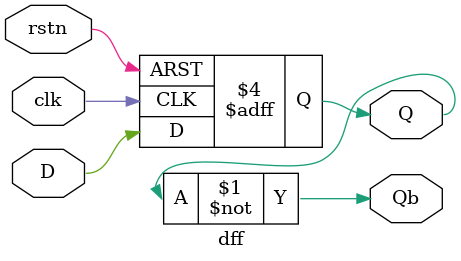
<source format=v>
`timescale 1ns/1ps
module dff(
			input wire D,		// input D
			input wire clk,		// input clk
			input wire rstn,	// reset (active low)
			output reg Q,		// output
			output wire Qb		// complementary output
		);

	assign Qb = ~Q;	
		
	always @(posedge clk, negedge rstn) begin
		if(!rstn) begin
			Q = 0;
		end
		else begin
			Q = D;
		end		
	end
endmodule
</source>
